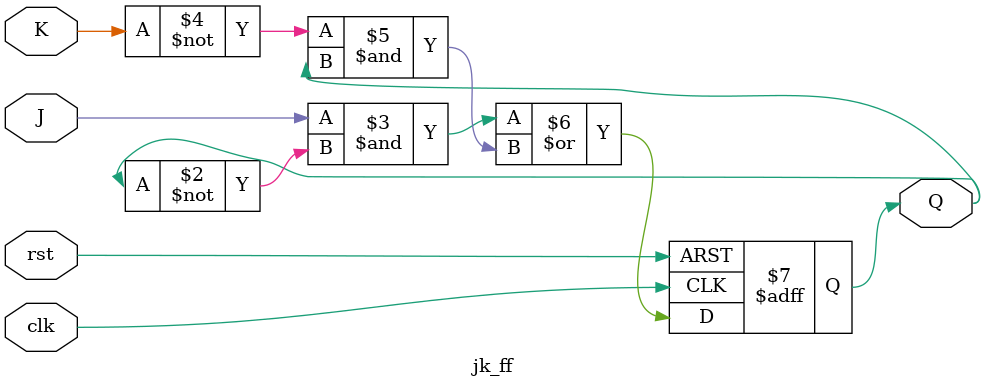
<source format=v>
module ED1307 (
    input  wire clk,
    input  wire rst,
    output wire [4:0] q
);

wire [4:0] D;
wire [4:0] K;

// Próximo estado (D) e K = ~D; J = D
assign D[0] = ~q[4];
assign D[1] =  q[0];
assign D[2] =  q[1];
assign D[3] =  q[2];
assign D[4] =  q[3];

assign K = ~D;

// Instancia cinco flip-flops JK
jk_ff jk0 (.clk(clk), .rst(rst), .J(D[0]), .K(K[0]), .Q(q[0]));
jk_ff jk1 (.clk(clk), .rst(rst), .J(D[1]), .K(K[1]), .Q(q[1]));
jk_ff jk2 (.clk(clk), .rst(rst), .J(D[2]), .K(K[2]), .Q(q[2]));
jk_ff jk3 (.clk(clk), .rst(rst), .J(D[3]), .K(K[3]), .Q(q[3]));
jk_ff jk4 (.clk(clk), .rst(rst), .J(D[4]), .K(K[4]), .Q(q[4]));

endmodule


// Flip-flop JK, async reset (rst=1 -> Q=0)
// Característica usada: Qnext = J & ~Q | ~K & Q
module jk_ff (
    input  wire clk,
    input  wire rst,
    input  wire J,
    input  wire K,
    output reg  Q
);
always @(posedge clk or posedge rst) begin
    if (rst)
        Q <= 1'b0;
    else
        Q <= (J & ~Q) | (~K & Q);
end
endmodule

</source>
